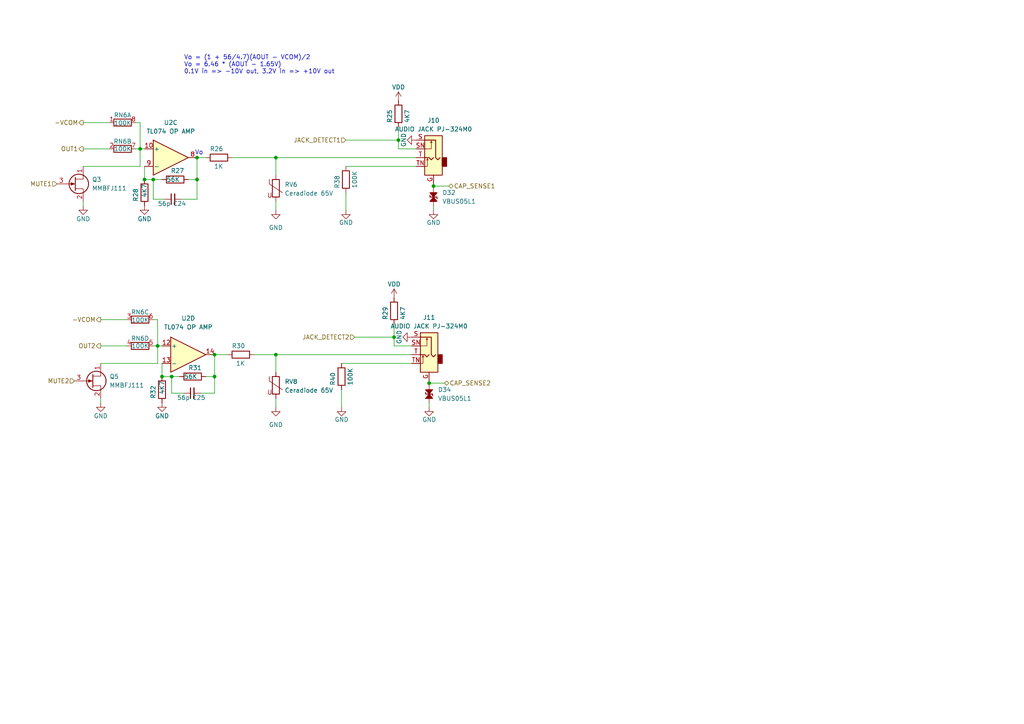
<source format=kicad_sch>
(kicad_sch (version 20250114) (generator "eeschema") (generator_version "9.0")
  (paper "A4")
  (lib_symbols
    (symbol "Amplifier_Operational:TL074" (pin_names (offset 0.127))
      (property "Reference" "U" (at 0 5.08 0))
      (property "Value" "TL074" (at 0 -5.08 0))
      (symbol "TL074_1_1"
        (polyline (pts (xy -5.08 5.08) (xy 5.08 0) (xy -5.08 -5.08) (xy -5.08 5.08)) (stroke (width 0.254)) (fill (type background)))
        (pin input line (at -7.62 2.54 0) (length 2.54) (name "+") (number "3"))
        (pin input line (at -7.62 -2.54 0) (length 2.54) (name "-") (number "2"))
        (pin output line (at 7.62 0 180) (length 2.54) (name "~") (number "1"))
      )
      (symbol "TL074_2_1"
        (polyline (pts (xy -5.08 5.08) (xy 5.08 0) (xy -5.08 -5.08) (xy -5.08 5.08)) (stroke (width 0.254)) (fill (type background)))
        (pin input line (at -7.62 2.54 0) (length 2.54) (name "+") (number "5"))
        (pin input line (at -7.62 -2.54 0) (length 2.54) (name "-") (number "6"))
        (pin output line (at 7.62 0 180) (length 2.54) (name "~") (number "7"))
      )
      (symbol "TL074_3_1"
        (polyline (pts (xy -5.08 5.08) (xy 5.08 0) (xy -5.08 -5.08) (xy -5.08 5.08)) (stroke (width 0.254)) (fill (type background)))
        (pin input line (at -7.62 2.54 0) (length 2.54) (name "+") (number "10"))
        (pin input line (at -7.62 -2.54 0) (length 2.54) (name "-") (number "9"))
        (pin output line (at 7.62 0 180) (length 2.54) (name "~") (number "8"))
      )
      (symbol "TL074_4_1"
        (polyline (pts (xy -5.08 5.08) (xy 5.08 0) (xy -5.08 -5.08) (xy -5.08 5.08)) (stroke (width 0.254)) (fill (type background)))
        (pin input line (at -7.62 2.54 0) (length 2.54) (name "+") (number "12"))
        (pin input line (at -7.62 -2.54 0) (length 2.54) (name "-") (number "13"))
        (pin output line (at 7.62 0 180) (length 2.54) (name "~") (number "14"))
      )
      (symbol "TL074_5_1"
        (pin power_in line (at -2.54 7.62 270) (length 3.81) (name "V+") (number "4"))
        (pin power_in line (at -2.54 -7.62 90) (length 3.81) (name "V-") (number "11"))
      )
    )
    (symbol "Connector:AudioJack2_Ground_Switch"
      (property "Reference" "J" (at 0 11.43 0))
      (property "Value" "AudioJack2_Ground_Switch" (at 0 8.89 0))
      (symbol "AudioJack2_Ground_Switch_0_1"
        (rectangle (start -2.54 -2.54) (end -3.81 0) (stroke (width 0.254)) (fill (type outline)))
        (rectangle (start 2.54 6.35) (end -2.54 -5.08) (stroke (width 0.254)) (fill (type background)))
      )
      (symbol "AudioJack2_Ground_Switch_1_1"
        (polyline (pts (xy 0 0) (xy 0.635 -0.635) (xy 1.27 0) (xy 2.54 0)) (stroke (width 0.254)))
        (polyline (pts (xy 0.635 4.826) (xy 0.889 4.318)))
        (polyline (pts (xy 1.778 -0.254) (xy 2.032 -0.762)))
        (polyline (pts (xy 2.54 5.08) (xy -0.635 5.08) (xy -0.635 0) (xy -1.27 -0.635) (xy -1.905 0)) (stroke (width 0.254)))
        (polyline (pts (xy 2.54 2.54) (xy 0.635 2.54) (xy 0.635 4.826) (xy 0.381 4.318)))
        (polyline (pts (xy 2.54 -2.54) (xy 1.778 -2.54) (xy 1.778 -0.254) (xy 1.524 -0.762)))
        (pin passive line (at 0 -7.62 90) (length 2.54) (name "~") (number "G"))
        (pin passive line (at 5.08 5.08 180) (length 2.54) (name "~") (number "S"))
        (pin passive line (at 5.08 2.54 180) (length 2.54) (name "~") (number "SN"))
        (pin passive line (at 5.08 0 180) (length 2.54) (name "~") (number "T"))
        (pin passive line (at 5.08 -2.54 180) (length 2.54) (name "~") (number "TN"))
      )
    )
    (symbol "Device:C_Small" (pin_numbers (hide yes)) (pin_names (offset 0.254) (hide yes))
      (property "Reference" "C" (at 0.254 1.778 0))
      (property "Value" "C_Small" (at 0.254 -2.032 0))
      (symbol "C_Small_0_1"
        (polyline (pts (xy -1.524 0.508) (xy 1.524 0.508)) (stroke (width 0.3048)))
        (polyline (pts (xy -1.524 -0.508) (xy 1.524 -0.508)) (stroke (width 0.3302)))
      )
      (symbol "C_Small_1_1"
        (pin passive line (at 0 2.54 270) (length 2.032) (name "~") (number "1"))
        (pin passive line (at 0 -2.54 90) (length 2.032) (name "~") (number "2"))
      )
    )
    (symbol "Device:D_TVS_Small_Filled" (pin_numbers (hide yes)) (pin_names (offset 1.016) (hide yes))
      (property "Reference" "D" (at 0 2.54 0))
      (property "Value" "D_TVS_Small_Filled" (at 0 -2.54 0))
      (symbol "D_TVS_Small_Filled_0_1"
        (polyline (pts (xy -1.27 0) (xy 1.27 0)))
        (polyline (pts (xy 0.508 1.016) (xy 0 1.016) (xy 0 -1.016) (xy -0.508 -1.016)) (stroke (width 0.254)))
      )
      (symbol "D_TVS_Small_Filled_1_1"
        (polyline (pts (xy -1.27 1.016) (xy -1.27 -1.016) (xy 0 0) (xy -1.27 1.016)) (stroke (width 0.254)) (fill (type outline)))
        (polyline (pts (xy 0 0) (xy 1.27 1.016) (xy 1.27 -1.016) (xy 0 0)) (stroke (width 0.254)) (fill (type outline)))
        (pin passive line (at -2.54 0 0) (length 1.27) (name "A1") (number "1"))
        (pin passive line (at 2.54 0 180) (length 1.27) (name "A2") (number "2"))
      )
    )
    (symbol "Device:R" (pin_numbers (hide yes)) (pin_names (offset 0))
      (property "Reference" "R" (at 2.032 0 90))
      (property "Value" "R" (at 0 0 90))
      (symbol "R_0_1"
        (rectangle (start -1.016 -2.54) (end 1.016 2.54) (stroke (width 0.254)))
      )
      (symbol "R_1_1"
        (pin passive line (at 0 3.81 270) (length 1.27) (name "~") (number "1"))
        (pin passive line (at 0 -3.81 90) (length 1.27) (name "~") (number "2"))
      )
    )
    (symbol "Device:R_Pack04_Split" (pin_names (offset 0) (hide yes))
      (property "Reference" "RN" (at 2.032 0 90))
      (property "Value" "R_Pack04_Split" (at 0 0 90))
      (symbol "R_Pack04_Split_0_1"
        (rectangle (start 1.016 2.54) (end -1.016 -2.54) (stroke (width 0.254)))
      )
      (symbol "R_Pack04_Split_1_1"
        (pin passive line (at 0 3.81 270) (length 1.27) (name "R1.2") (number "8"))
        (pin passive line (at 0 -3.81 90) (length 1.27) (name "R1.1") (number "1"))
      )
      (symbol "R_Pack04_Split_2_1"
        (pin passive line (at 0 3.81 270) (length 1.27) (name "R2.2") (number "7"))
        (pin passive line (at 0 -3.81 90) (length 1.27) (name "R2.1") (number "2"))
      )
      (symbol "R_Pack04_Split_3_1"
        (pin passive line (at 0 3.81 270) (length 1.27) (name "R3.2") (number "6"))
        (pin passive line (at 0 -3.81 90) (length 1.27) (name "R3.1") (number "3"))
      )
      (symbol "R_Pack04_Split_4_1"
        (pin passive line (at 0 3.81 270) (length 1.27) (name "R4.2") (number "5"))
        (pin passive line (at 0 -3.81 90) (length 1.27) (name "R4.1") (number "4"))
      )
    )
    (symbol "Device:Varistor" (pin_numbers (hide yes)) (pin_names (offset 0))
      (property "Reference" "RV" (at 3.175 0 90))
      (property "Value" "Varistor" (at -3.175 0 90))
      (symbol "Varistor_0_0"
        (text "U" (at -1.778 -2.032 0) (effects (font (size 1.27 1.27))))
      )
      (symbol "Varistor_0_1"
        (polyline (pts (xy -1.905 2.54) (xy -1.905 1.27) (xy 1.905 -1.27)))
        (rectangle (start -1.016 -2.54) (end 1.016 2.54) (stroke (width 0.254)))
      )
      (symbol "Varistor_1_1"
        (pin passive line (at 0 3.81 270) (length 1.27) (name "~") (number "1"))
        (pin passive line (at 0 -3.81 90) (length 1.27) (name "~") (number "2"))
      )
    )
    (symbol "Transistor_FET:MMBFJ111" (pin_names (hide yes))
      (property "Reference" "Q" (at 5.08 1.905 0))
      (property "Value" "MMBFJ111" (at 5.08 0 0))
      (symbol "MMBFJ111_0_1"
        (polyline (pts (xy 0 0) (xy -1.016 0.381) (xy -1.016 -0.381) (xy 0 0)) (fill (type outline)))
        (polyline (pts (xy 0.254 1.905) (xy 0.254 -1.905)) (stroke (width 0.254)))
        (polyline (pts (xy 0.254 0) (xy -2.54 0)))
        (circle (center 1.27 0) (radius 2.8194) (stroke (width 0.254)))
        (polyline (pts (xy 2.54 2.54) (xy 2.54 1.397) (xy 0.254 1.397)))
        (polyline (pts (xy 2.54 -2.54) (xy 2.54 -1.397) (xy 0.254 -1.397)))
      )
      (symbol "MMBFJ111_1_1"
        (pin input line (at -5.08 0 0) (length 2.54) (name "G") (number "3"))
        (pin passive line (at 2.54 5.08 270) (length 2.54) (name "D") (number "1"))
        (pin passive line (at 2.54 -5.08 90) (length 2.54) (name "S") (number "2"))
      )
    )
    (symbol "power:GND" (power) (pin_names (offset 0))
      (property "Value" "GND" (at 0 -3.81 0))
      (symbol "GND_0_1"
        (polyline (pts (xy 0 0) (xy 0 -1.27) (xy 1.27 -1.27) (xy 0 -2.54) (xy -1.27 -1.27) (xy 0 -1.27)))
      )
      (symbol "GND_1_1"
        (pin power_in line (at 0 0 270) (length 0) (hide yes) (name "GND") (number "1"))
      )
    )
    (symbol "power:VDD" (power) (pin_names (offset 0))
      (property "Value" "VDD" (at 0 3.81 0))
      (symbol "VDD_0_1"
        (polyline (pts (xy -0.762 1.27) (xy 0 2.54)))
        (polyline (pts (xy 0 2.54) (xy 0.762 1.27)))
        (polyline (pts (xy 0 0) (xy 0 2.54)))
      )
      (symbol "VDD_1_1"
        (pin power_in line (at 0 0 90) (length 0) (hide yes) (name "VDD") (number "1"))
      )
    )
  )
  (text "Vo" (at 56.515 45.085 0) (effects (font (size 1.27 1.27)) (justify left bottom)))
  (text "Vo = (1 + 56/4.7)(AOUT - VCOM)/2\nVo = 6.46 * (AOUT - 1.65V)\n0.1V in => -10V out, 3.2V in => +10V out" (at 53.34 21.59 0) (effects (font (size 1.27 1.27)) (justify left bottom)))
  (junction (at 46.99 109.22))
  (junction (at 125.73 53.975))
  (junction (at 80.01 102.87))
  (junction (at 62.23 102.87))
  (junction (at 62.23 109.22))
  (junction (at 57.15 52.07))
  (junction (at 57.15 45.72))
  (junction (at 45.72 100.33))
  (junction (at 114.3 97.79))
  (junction (at 40.64 43.18))
  (junction (at 44.45 52.07))
  (junction (at 49.7891 109.22))
  (junction (at 124.46 111.125))
  (junction (at 115.57 40.64))
  (junction (at 41.91 52.07))
  (junction (at 80.01 45.72))
  (wire (pts (xy 124.46 118.11) (xy 124.46 116.84)))
  (wire (pts (xy 46.99 109.22) (xy 46.99 105.41)))
  (wire (pts (xy 114.3 100.33) (xy 114.3 97.79)))
  (wire (pts (xy 24.13 43.18) (xy 31.75 43.18)))
  (wire (pts (xy 80.01 102.87) (xy 119.38 102.87)))
  (wire (pts (xy 125.73 53.975) (xy 125.73 54.61)))
  (wire (pts (xy 49.7891 114.046) (xy 49.7891 109.22)))
  (wire (pts (xy 57.15 52.07) (xy 57.15 45.72)))
  (wire (pts (xy 45.72 100.33) (xy 46.99 100.33)))
  (wire (pts (xy 45.72 92.71) (xy 45.72 100.33)))
  (wire (pts (xy 47.625 57.785) (xy 44.45 57.785)))
  (wire (pts (xy 80.01 115.57) (xy 80.01 118.11)))
  (wire (pts (xy 73.66 102.87) (xy 80.01 102.87)))
  (wire (pts (xy 24.13 35.56) (xy 31.75 35.56)))
  (wire (pts (xy 46.99 52.07) (xy 44.45 52.07)))
  (wire (pts (xy 40.64 35.56) (xy 40.64 43.18)))
  (wire (pts (xy 40.64 43.18) (xy 41.91 43.18)))
  (wire (pts (xy 44.45 52.07) (xy 41.91 52.07)))
  (wire (pts (xy 115.57 43.18) (xy 120.65 43.18)))
  (wire (pts (xy 39.37 35.56) (xy 40.64 35.56)))
  (wire (pts (xy 62.23 102.87) (xy 66.04 102.87)))
  (wire (pts (xy 29.21 115.57) (xy 29.21 116.84)))
  (wire (pts (xy 80.01 45.72) (xy 80.01 50.8)))
  (wire (pts (xy 114.3 97.79) (xy 114.3 93.98)))
  (wire (pts (xy 100.33 60.96) (xy 100.33 55.88)))
  (wire (pts (xy 114.3 100.33) (xy 119.38 100.33)))
  (wire (pts (xy 115.57 40.64) (xy 115.57 36.83)))
  (wire (pts (xy 39.37 43.18) (xy 40.64 43.18)))
  (wire (pts (xy 41.91 52.07) (xy 41.91 48.26)))
  (wire (pts (xy 45.72 105.41) (xy 45.72 100.33)))
  (wire (pts (xy 49.7891 109.22) (xy 46.99 109.22)))
  (wire (pts (xy 99.06 118.11) (xy 99.06 113.03)))
  (wire (pts (xy 44.45 92.71) (xy 45.72 92.71)))
  (wire (pts (xy 80.01 58.42) (xy 80.01 60.96)))
  (wire (pts (xy 53.213 114.046) (xy 49.7891 114.046)))
  (wire (pts (xy 125.73 60.96) (xy 125.73 59.69)))
  (wire (pts (xy 24.13 58.42) (xy 24.13 59.69)))
  (wire (pts (xy 130.175 53.975) (xy 125.73 53.975)))
  (wire (pts (xy 120.65 48.26) (xy 100.33 48.26)))
  (wire (pts (xy 62.23 114.046) (xy 62.23 109.22)))
  (wire (pts (xy 52.705 57.785) (xy 57.15 57.785)))
  (wire (pts (xy 59.69 109.22) (xy 62.23 109.22)))
  (wire (pts (xy 57.15 57.785) (xy 57.15 52.07)))
  (wire (pts (xy 57.15 45.72) (xy 59.69 45.72)))
  (wire (pts (xy 62.23 109.22) (xy 62.23 102.87)))
  (wire (pts (xy 54.61 52.07) (xy 57.15 52.07)))
  (wire (pts (xy 80.01 102.87) (xy 80.01 107.95)))
  (wire (pts (xy 124.46 110.49) (xy 124.46 111.125)))
  (wire (pts (xy 128.905 111.125) (xy 124.46 111.125)))
  (wire (pts (xy 24.13 48.26) (xy 40.64 48.26)))
  (wire (pts (xy 29.21 100.33) (xy 36.83 100.33)))
  (wire (pts (xy 100.33 40.64) (xy 115.57 40.64)))
  (wire (pts (xy 29.21 92.71) (xy 36.83 92.71)))
  (wire (pts (xy 102.87 97.79) (xy 114.3 97.79)))
  (wire (pts (xy 29.21 105.41) (xy 45.72 105.41)))
  (wire (pts (xy 115.57 43.18) (xy 115.57 40.64)))
  (wire (pts (xy 44.45 100.33) (xy 45.72 100.33)))
  (wire (pts (xy 124.46 111.125) (xy 124.46 111.76)))
  (wire (pts (xy 80.01 45.72) (xy 120.65 45.72)))
  (wire (pts (xy 125.73 53.34) (xy 125.73 53.975)))
  (wire (pts (xy 40.64 48.26) (xy 40.64 43.18)))
  (wire (pts (xy 58.293 114.046) (xy 62.23 114.046)))
  (wire (pts (xy 67.31 45.72) (xy 80.01 45.72)))
  (wire (pts (xy 44.45 57.785) (xy 44.45 52.07)))
  (wire (pts (xy 52.07 109.22) (xy 49.7891 109.22)))
  (wire (pts (xy 119.38 105.41) (xy 99.06 105.41)))
  (hierarchical_label "CAP_SENSE1" (shape bidirectional) (at 130.175 53.975 0))
  (hierarchical_label "OUT1" (shape output) (at 24.13 43.18 180))
  (hierarchical_label "-VCOM" (shape output) (at 29.21 92.71 180))
  (hierarchical_label "-VCOM" (shape output) (at 24.13 35.56 180))
  (hierarchical_label "MUTE1" (shape input) (at 16.51 53.34 180))
  (hierarchical_label "MUTE2" (shape input) (at 21.59 110.49 180))
  (hierarchical_label "CAP_SENSE2" (shape bidirectional) (at 128.905 111.125 0))
  (hierarchical_label "OUT2" (shape output) (at 29.21 100.33 180))
  (hierarchical_label "JACK_DETECT2" (shape input) (at 102.87 97.79 180))
  (hierarchical_label "JACK_DETECT1" (shape input) (at 100.33 40.64 180))
  (symbol (lib_id "power:GND") (at 125.73 60.96 0) (unit 1)
    (property "Reference" "#PWR0133" (effects (hide yes)))
    (property "Value" "GND" (at 123.7136 64.5472 0) (effects (justify left)))
    (instances (project "eurorack-pmod-pcb" (path "" (reference "#PWR0134") (unit 1)) (path "" (reference "#PWR0133") (unit 1))))
  )
  (symbol (lib_id "Device:R") (at 114.3 90.17 180) (unit 1)
    (property "Reference" "R21" (at 111.76 88.9 90) (effects (justify left)))
    (property "Value" "4K7" (at 116.84 88.9 90) (effects (justify left)))
    (property "Footprint" "Resistor_SMD:R_0402_1005Metric" (effects (hide yes)))
    (property "Datasheet" "https://datasheet.lcsc.com/lcsc/1809041728_YAGEO-RC0402FR-074K7L_C105871.pdf" (effects (hide yes)))
    (property "lcsc#" "C105871" (effects (hide yes)))
    (property "mfg#" "RC0402FR-074K7L" (effects (hide yes)))
    (instances (project "eurorack-pmod-pcb" (path "" (reference "R29") (unit 1)) (path "" (reference "R21") (unit 1))))
  )
  (symbol (lib_id "Device:R_Pack04_Split") (at 40.64 92.71 270) (unit 3)
    (property "Reference" "RN5" (at 40.64 90.551 90))
    (property "Value" "100K" (at 40.64 92.837 90))
    (property "Footprint" "Resistor_SMD:R_Array_Convex_4x0402" (effects (hide yes)))
    (property "Datasheet" "https://datasheet.lcsc.com/lcsc/1811141451_YAGEO-YC124-FR-07100KL_C326786.pdf" (effects (hide yes)))
    (property "mfg#" "YC124-FR-07100KL" (effects (hide yes)))
    (property "lcsc#" "C326786" (effects (hide yes)))
    (instances (project "eurorack-pmod-pcb" (path "" (reference "RN6") (unit 3)) (path "" (reference "RN5") (unit 3))))
  )
  (symbol (lib_id "power:GND") (at 80.01 118.11 0) (unit 1)
    (property "Reference" "#PWR0127" (effects (hide yes)))
    (property "Value" "GND" (at 80.01 123.19 0))
    (instances (project "eurorack-pmod-pcb" (path "" (reference "#PWR0128") (unit 1)) (path "" (reference "#PWR0127") (unit 1))))
  )
  (symbol (lib_id "Device:R_Pack04_Split") (at 40.64 100.33 270) (unit 4)
    (property "Reference" "RN5" (at 40.64 98.171 90))
    (property "Value" "100K" (at 40.64 100.33 90))
    (property "Footprint" "Resistor_SMD:R_Array_Convex_4x0402" (effects (hide yes)))
    (property "Datasheet" "https://datasheet.lcsc.com/lcsc/1811141451_YAGEO-YC124-FR-07100KL_C326786.pdf" (effects (hide yes)))
    (property "mfg#" "YC124-FR-07100KL" (effects (hide yes)))
    (property "lcsc#" "C326786" (effects (hide yes)))
    (instances (project "eurorack-pmod-pcb" (path "" (reference "RN6") (unit 4)) (path "" (reference "RN5") (unit 4))))
  )
  (symbol (lib_id "power:GND") (at 24.13 59.69 0) (unit 1)
    (property "Reference" "#PWR0137" (effects (hide yes)))
    (property "Value" "GND" (at 22.098 63.5 0) (effects (justify left)))
    (instances (project "eurorack-pmod-pcb" (path "" (reference "#PWR0138") (unit 1)) (path "" (reference "#PWR0137") (unit 1))))
  )
  (symbol (lib_id "Device:Varistor") (at 80.01 111.76 0) (unit 1)
    (property "Reference" "RV7" (at 82.55 110.6832 0) (effects (justify left)))
    (property "Value" "Ceradiode 65V" (at 82.55 113.2232 0) (effects (justify left)))
    (property "Footprint" "Capacitor_SMD:C_0603_1608Metric" (effects (hide yes)))
    (property "Description" "TDK B72500D0160H060 Ceradiode" (effects (hide yes)))
    (property "lcsc#" "C210791" (effects (hide yes)))
    (instances (project "eurorack-pmod-pcb" (path "" (reference "RV8") (unit 1)) (path "" (reference "RV7") (unit 1))))
  )
  (symbol (lib_id "Device:R") (at 100.33 52.07 180) (unit 1)
    (property "Reference" "R37" (at 97.79 50.8 90) (effects (justify left)))
    (property "Value" "100K" (at 102.87 49.53 90) (effects (justify left)))
    (property "Footprint" "Resistor_SMD:R_0603_1608Metric" (effects (hide yes)))
    (property "Datasheet" "https://datasheet.lcsc.com/lcsc/1810182020_YAGEO-RC0603FR-071KL_C22548.pdf" (effects (hide yes)))
    (property "lcsc#" "C14675" (effects (hide yes)))
    (property "mfg#" "RC0603FR-07100KL" (effects (hide yes)))
    (instances (project "eurorack-pmod-pcb" (path "" (reference "R38") (unit 1)) (path "" (reference "R37") (unit 1))))
  )
  (symbol (lib_id "power:GND") (at 119.38 97.79 270) (mirror x) (unit 1)
    (property "Reference" "#PWR084" (effects (hide yes)))
    (property "Value" "GND" (at 115.7928 99.8064 0) (effects (justify left)))
    (instances (project "eurorack-pmod-pcb" (path "" (reference "#PWR092") (unit 1)) (path "" (reference "#PWR084") (unit 1))))
  )
  (symbol (lib_id "Device:D_TVS_Small_Filled") (at 124.46 114.3 90) (unit 1)
    (property "Reference" "D33" (at 127 113.0299 90) (effects (justify right)))
    (property "Value" "VBUS05L1" (at 127 115.5699 90) (effects (justify right)))
    (property "Footprint" "LLP1006-2M:VISHAY-LLP1006-2M" (effects (hide yes)))
    (property "Description" "Bidirectional transient-voltage-suppression diode, small symbol, filled shape" (effects (hide yes)))
    (property "lcsc#" "C2649891" (effects (hide yes)))
    (instances (project "eurorack-pmod-pcb" (path "" (reference "D34") (unit 1)) (path "" (reference "D33") (unit 1))))
  )
  (symbol (lib_id "Device:R_Pack04_Split") (at 35.56 43.18 270) (unit 2)
    (property "Reference" "RN5" (at 35.56 41.021 90))
    (property "Value" "100K" (at 35.56 43.18 90))
    (property "Footprint" "Resistor_SMD:R_Array_Convex_4x0402" (effects (hide yes)))
    (property "Datasheet" "https://datasheet.lcsc.com/lcsc/1811141451_YAGEO-YC124-FR-07100KL_C326786.pdf" (effects (hide yes)))
    (property "mfg#" "YC124-FR-07100KL" (effects (hide yes)))
    (property "lcsc#" "C326786" (effects (hide yes)))
    (instances (project "eurorack-pmod-pcb" (path "" (reference "RN6") (unit 2)) (path "" (reference "RN5") (unit 2))))
  )
  (symbol (lib_id "Device:R") (at 46.99 113.03 180) (unit 1)
    (property "Reference" "R24" (at 44.45 111.76 90) (effects (justify left)))
    (property "Value" "4K7" (at 46.99 110.49 90) (effects (justify left)))
    (property "Footprint" "Resistor_SMD:R_0402_1005Metric" (effects (hide yes)))
    (property "Datasheet" "https://datasheet.lcsc.com/lcsc/1809041728_YAGEO-RC0402FR-074K7L_C105871.pdf" (effects (hide yes)))
    (property "lcsc#" "C105871" (effects (hide yes)))
    (property "mfg#" "RC0402FR-074K7L" (effects (hide yes)))
    (instances (project "eurorack-pmod-pcb" (path "" (reference "R32") (unit 1)) (path "" (reference "R24") (unit 1))))
  )
  (symbol (lib_id "power:GND") (at 29.21 116.84 0) (unit 1)
    (property "Reference" "#PWR0139" (effects (hide yes)))
    (property "Value" "GND" (at 27.178 120.65 0) (effects (justify left)))
    (instances (project "eurorack-pmod-pcb" (path "" (reference "#PWR0140") (unit 1)) (path "" (reference "#PWR0139") (unit 1))))
  )
  (symbol (lib_id "Device:R") (at 63.5 45.72 90) (unit 1)
    (property "Reference" "R18" (at 64.77 43.18 90) (effects (justify left)))
    (property "Value" "1K" (at 64.77 48.26 90) (effects (justify left)))
    (property "Footprint" "Resistor_SMD:R_0603_1608Metric" (effects (hide yes)))
    (property "Datasheet" "https://datasheet.lcsc.com/lcsc/1810182020_YAGEO-RC0603FR-071KL_C22548.pdf" (effects (hide yes)))
    (property "lcsc#" "C22548" (effects (hide yes)))
    (property "mfg#" "RC0603FR-071KL" (effects (hide yes)))
    (instances (project "eurorack-pmod-pcb" (path "" (reference "R26") (unit 1)) (path "" (reference "R18") (unit 1))))
  )
  (symbol (lib_id "power:GND") (at 41.91 59.69 0) (unit 1)
    (property "Reference" "#PWR082" (effects (hide yes)))
    (property "Value" "GND" (at 39.878 63.5 0) (effects (justify left)))
    (instances (project "eurorack-pmod-pcb" (path "" (reference "#PWR090") (unit 1)) (path "" (reference "#PWR082") (unit 1))))
  )
  (symbol (lib_id "Connector:AudioJack2_Ground_Switch") (at 125.73 45.72 0) (mirror y) (unit 1)
    (property "Reference" "J8" (at 125.73 34.925 0))
    (property "Value" "AUDIO JACK PJ-324M0" (at 125.73 37.465 0))
    (property "Footprint" "AudioJacksFixed:pj324m" (effects (hide yes)))
    (property "Datasheet" "https://datasheet.lcsc.com/lcsc/2110120730_XKB-Connectivity-PJ-324M0_C2884986.pdf" (effects (hide yes)))
    (property "lcsc#" "C2884986" (effects (hide yes)))
    (property "mfg#" "PJ-324M0" (effects (hide yes)))
    (instances (project "eurorack-pmod-pcb" (path "" (reference "J10") (unit 1)) (path "" (reference "J8") (unit 1))))
  )
  (symbol (lib_id "Device:D_TVS_Small_Filled") (at 125.73 57.15 90) (unit 1)
    (property "Reference" "D31" (at 128.27 55.8799 90) (effects (justify right)))
    (property "Value" "VBUS05L1" (at 128.27 58.4199 90) (effects (justify right)))
    (property "Footprint" "LLP1006-2M:VISHAY-LLP1006-2M" (effects (hide yes)))
    (property "Description" "Bidirectional transient-voltage-suppression diode, small symbol, filled shape" (effects (hide yes)))
    (property "lcsc#" "C2649891" (effects (hide yes)))
    (instances (project "eurorack-pmod-pcb" (path "" (reference "D32") (unit 1)) (path "" (reference "D31") (unit 1))))
  )
  (symbol (lib_id "Connector:AudioJack2_Ground_Switch") (at 124.46 102.87 0) (mirror y) (unit 1)
    (property "Reference" "J9" (at 124.46 92.075 0))
    (property "Value" "AUDIO JACK PJ-324M0" (at 124.46 94.615 0))
    (property "Footprint" "AudioJacksFixed:pj324m" (effects (hide yes)))
    (property "Datasheet" "https://datasheet.lcsc.com/lcsc/2110120730_XKB-Connectivity-PJ-324M0_C2884986.pdf" (effects (hide yes)))
    (property "lcsc#" "C2884986" (effects (hide yes)))
    (property "mfg#" "PJ-324M0" (effects (hide yes)))
    (instances (project "eurorack-pmod-pcb" (path "" (reference "J11") (unit 1)) (path "" (reference "J9") (unit 1))))
  )
  (symbol (lib_id "Device:R") (at 115.57 33.02 180) (unit 1)
    (property "Reference" "R17" (at 113.03 31.75 90) (effects (justify left)))
    (property "Value" "4K7" (at 118.11 31.75 90) (effects (justify left)))
    (property "Footprint" "Resistor_SMD:R_0402_1005Metric" (effects (hide yes)))
    (property "Datasheet" "https://datasheet.lcsc.com/lcsc/1809041728_YAGEO-RC0402FR-074K7L_C105871.pdf" (effects (hide yes)))
    (property "lcsc#" "C105871" (effects (hide yes)))
    (property "mfg#" "RC0402FR-074K7L" (effects (hide yes)))
    (instances (project "eurorack-pmod-pcb" (path "" (reference "R25") (unit 1)) (path "" (reference "R17") (unit 1))))
  )
  (symbol (lib_id "Device:R") (at 50.8 52.07 270) (unit 1)
    (property "Reference" "R19" (at 49.53 49.53 90) (effects (justify left)))
    (property "Value" "56K" (at 48.26 52.07 90) (effects (justify left)))
    (property "Footprint" "Resistor_SMD:R_0402_1005Metric" (effects (hide yes)))
    (property "Datasheet" "https://datasheet.lcsc.com/lcsc/1809041728_YAGEO-RC0402FR-074K7L_C105871.pdf" (effects (hide yes)))
    (property "lcsc#" "C114756" (effects (hide yes)))
    (property "mfg#" "RC0402FR-0756KL" (effects (hide yes)))
    (instances (project "eurorack-pmod-pcb" (path "" (reference "R27") (unit 1)) (path "" (reference "R19") (unit 1))))
  )
  (symbol (lib_id "Transistor_FET:MMBFJ111") (at 21.59 53.34 0) (unit 1)
    (property "Reference" "Q2" (at 26.67 52.0699 0) (effects (justify left)))
    (property "Value" "MMBFJ111" (at 26.67 54.6099 0) (effects (justify left)))
    (property "Footprint" "Package_TO_SOT_SMD:SOT-23" (effects (hide yes)))
    (property "Datasheet" "https://www.onsemi.com/pub/Collateral/MMBFJ113-D.PDF" (effects (hide yes)))
    (property "Description" "20mA min, 35V, 30mOhm max, 3-10V Vgs(off), N-Channel JFET, SOT-23" (effects (hide yes)))
    (property "LCSC" "C274688" (effects (hide yes)))
    (instances (project "" (path "" (reference "Q3") (unit 1)) (path "" (reference "Q2") (unit 1))))
  )
  (symbol (lib_id "power:VDD") (at 114.3 86.36 0) (unit 1)
    (property "Reference" "#PWR083" (effects (hide yes)))
    (property "Value" "VDD" (at 114.3 82.423 0))
    (instances (project "eurorack-pmod-pcb" (path "" (reference "#PWR091") (unit 1)) (path "" (reference "#PWR083") (unit 1))))
  )
  (symbol (lib_id "Transistor_FET:MMBFJ111") (at 26.67 110.49 0) (unit 1)
    (property "Reference" "Q4" (at 31.75 109.2199 0) (effects (justify left)))
    (property "Value" "MMBFJ111" (at 31.75 111.7599 0) (effects (justify left)))
    (property "Footprint" "Package_TO_SOT_SMD:SOT-23" (effects (hide yes)))
    (property "Datasheet" "https://www.onsemi.com/pub/Collateral/MMBFJ113-D.PDF" (effects (hide yes)))
    (property "Description" "20mA min, 35V, 30mOhm max, 3-10V Vgs(off), N-Channel JFET, SOT-23" (effects (hide yes)))
    (property "LCSC" "C274688" (effects (hide yes)))
    (instances (project "eurorack-pmod-pcb" (path "" (reference "Q5") (unit 1)) (path "" (reference "Q4") (unit 1))))
  )
  (symbol (lib_id "power:GND") (at 99.06 118.11 0) (unit 1)
    (property "Reference" "#PWR028" (effects (hide yes)))
    (property "Value" "GND" (at 97.0436 121.6972 0) (effects (justify left)))
    (instances (project "eurorack-pmod-pcb" (path "" (reference "#PWR0148") (unit 1)) (path "" (reference "#PWR028") (unit 1))))
  )
  (symbol (lib_id "power:GND") (at 120.65 40.64 270) (mirror x) (unit 1)
    (property "Reference" "#PWR080" (effects (hide yes)))
    (property "Value" "GND" (at 117.0628 42.6564 0) (effects (justify left)))
    (instances (project "eurorack-pmod-pcb" (path "" (reference "#PWR088") (unit 1)) (path "" (reference "#PWR080") (unit 1))))
  )
  (symbol (lib_id "power:GND") (at 100.33 60.96 0) (unit 1)
    (property "Reference" "#PWR0149" (effects (hide yes)))
    (property "Value" "GND" (at 98.3136 64.5472 0) (effects (justify left)))
    (instances (project "eurorack-pmod-pcb" (path "" (reference "#PWR0150") (unit 1)) (path "" (reference "#PWR0149") (unit 1))))
  )
  (symbol (lib_id "Device:R") (at 41.91 55.88 180) (unit 1)
    (property "Reference" "R20" (at 39.37 54.61 90) (effects (justify left)))
    (property "Value" "4K7" (at 41.91 53.34 90) (effects (justify left)))
    (property "Footprint" "Resistor_SMD:R_0402_1005Metric" (effects (hide yes)))
    (property "Datasheet" "https://datasheet.lcsc.com/lcsc/1809041728_YAGEO-RC0402FR-074K7L_C105871.pdf" (effects (hide yes)))
    (property "lcsc#" "C105871" (effects (hide yes)))
    (property "mfg#" "RC0402FR-074K7L" (effects (hide yes)))
    (instances (project "eurorack-pmod-pcb" (path "" (reference "R28") (unit 1)) (path "" (reference "R20") (unit 1))))
  )
  (symbol (lib_id "power:GND") (at 124.46 118.11 0) (unit 1)
    (property "Reference" "#PWR0135" (effects (hide yes)))
    (property "Value" "GND" (at 122.4436 121.6972 0) (effects (justify left)))
    (instances (project "eurorack-pmod-pcb" (path "" (reference "#PWR0136") (unit 1)) (path "" (reference "#PWR0135") (unit 1))))
  )
  (symbol (lib_id "Amplifier_Operational:TL074") (at 54.61 102.87 0) (unit 2)
    (property "Reference" "U2" (at 54.61 92.329 0))
    (property "Value" "TL074 OP AMP" (at 54.61 94.869 0))
    (property "Footprint" "Package_SO:SOIC-14_3.9x8.7mm_P1.27mm" (effects (hide yes)))
    (property "Datasheet" "http://www.ti.com/lit/ds/symlink/tl071.pdf" (effects (hide yes)))
    (property "dig#" "497-2204-1-ND" (effects (hide yes)))
    (property "mfg#" "TL074CDT" (effects (hide yes)))
    (property "lcsc#" "C6963" (effects (hide yes)))
    (instances (project "eurorack-pmod-pcb" (path "" (reference "U2") (unit 4)) (path "" (reference "U2") (unit 2))))
  )
  (symbol (lib_id "Device:R") (at 55.88 109.22 270) (unit 1)
    (property "Reference" "R23" (at 54.61 106.68 90) (effects (justify left)))
    (property "Value" "56K" (at 53.34 109.22 90) (effects (justify left)))
    (property "Footprint" "Resistor_SMD:R_0402_1005Metric" (effects (hide yes)))
    (property "Datasheet" "https://datasheet.lcsc.com/lcsc/1809041728_YAGEO-RC0402FR-074K7L_C105871.pdf" (effects (hide yes)))
    (property "lcsc#" "C114756" (effects (hide yes)))
    (property "mfg#" "RC0402FR-0756KL" (effects (hide yes)))
    (instances (project "eurorack-pmod-pcb" (path "" (reference "R31") (unit 1)) (path "" (reference "R23") (unit 1))))
  )
  (symbol (lib_id "Device:R_Pack04_Split") (at 35.56 35.56 270) (unit 1)
    (property "Reference" "RN5" (at 35.56 33.401 90))
    (property "Value" "100K" (at 35.56 35.687 90))
    (property "Footprint" "Resistor_SMD:R_Array_Convex_4x0402" (effects (hide yes)))
    (property "Datasheet" "https://datasheet.lcsc.com/lcsc/1811141451_YAGEO-YC124-FR-07100KL_C326786.pdf" (effects (hide yes)))
    (property "mfg#" "YC124-FR-07100KL" (effects (hide yes)))
    (property "lcsc#" "C326786" (effects (hide yes)))
    (instances (project "eurorack-pmod-pcb" (path "" (reference "RN6") (unit 1)) (path "" (reference "RN5") (unit 1))))
  )
  (symbol (lib_id "power:GND") (at 46.99 116.84 0) (unit 1)
    (property "Reference" "#PWR086" (effects (hide yes)))
    (property "Value" "GND" (at 44.958 120.65 0) (effects (justify left)))
    (instances (project "eurorack-pmod-pcb" (path "" (reference "#PWR094") (unit 1)) (path "" (reference "#PWR086") (unit 1))))
  )
  (symbol (lib_id "power:VDD") (at 115.57 29.21 0) (unit 1)
    (property "Reference" "#PWR079" (effects (hide yes)))
    (property "Value" "VDD" (at 115.57 25.273 0))
    (instances (project "eurorack-pmod-pcb" (path "" (reference "#PWR087") (unit 1)) (path "" (reference "#PWR079") (unit 1))))
  )
  (symbol (lib_id "Device:R") (at 69.85 102.87 90) (unit 1)
    (property "Reference" "R22" (at 71.12 100.33 90) (effects (justify left)))
    (property "Value" "1K" (at 71.12 105.41 90) (effects (justify left)))
    (property "Footprint" "Resistor_SMD:R_0603_1608Metric" (effects (hide yes)))
    (property "Datasheet" "https://datasheet.lcsc.com/lcsc/1810182020_YAGEO-RC0603FR-071KL_C22548.pdf" (effects (hide yes)))
    (property "lcsc#" "C22548" (effects (hide yes)))
    (property "mfg#" "RC0603FR-071KL" (effects (hide yes)))
    (instances (project "eurorack-pmod-pcb" (path "" (reference "R30") (unit 1)) (path "" (reference "R22") (unit 1))))
  )
  (symbol (lib_id "Device:Varistor") (at 80.01 54.61 0) (unit 1)
    (property "Reference" "RV5" (at 82.55 53.5332 0) (effects (justify left)))
    (property "Value" "Ceradiode 65V" (at 82.55 56.0732 0) (effects (justify left)))
    (property "Footprint" "Capacitor_SMD:C_0603_1608Metric" (effects (hide yes)))
    (property "Description" "TDK B72500D0160H060 Ceradiode" (effects (hide yes)))
    (property "lcsc#" "C210791" (effects (hide yes)))
    (instances (project "eurorack-pmod-pcb" (path "" (reference "RV6") (unit 1)) (path "" (reference "RV5") (unit 1))))
  )
  (symbol (lib_id "Amplifier_Operational:TL074") (at 49.53 45.72 0) (unit 1)
    (property "Reference" "U2" (at 49.53 35.56 0))
    (property "Value" "TL074 OP AMP" (at 49.53 38.1 0))
    (property "Footprint" "Package_SO:SOIC-14_3.9x8.7mm_P1.27mm" (effects (hide yes)))
    (property "Datasheet" "http://www.ti.com/lit/ds/symlink/tl071.pdf" (effects (hide yes)))
    (property "dig#" "497-2204-1-ND" (effects (hide yes)))
    (property "mfg#" "TL074CDT" (effects (hide yes)))
    (property "lcsc#" "C6963" (effects (hide yes)))
    (instances (project "eurorack-pmod-pcb" (path "" (reference "U2") (unit 3)) (path "" (reference "U2") (unit 1))))
  )
  (symbol (lib_id "Device:C_Small") (at 50.165 57.785 90) (unit 1)
    (property "Reference" "C22" (at 52.07 59.055 90))
    (property "Value" "56p" (at 47.625 59.055 90))
    (property "Footprint" "Capacitor_SMD:C_0402_1005Metric" (effects (hide yes)))
    (property "Datasheet" "https://datasheet.lcsc.com/lcsc/2005262133_YAGEO-CC0402FRNPO9BN560_C526981.pdf" (effects (hide yes)))
    (property "lcsc#" "C526981" (effects (hide yes)))
    (property "mfg#" "CC0402FRNPO9BN560" (effects (hide yes)))
    (instances (project "eurorack-pmod-pcb" (path "" (reference "C24") (unit 1)) (path "" (reference "C22") (unit 1))))
  )
  (symbol (lib_id "Device:C_Small") (at 55.753 114.046 90) (unit 1)
    (property "Reference" "C23" (at 57.658 115.316 90))
    (property "Value" "56p" (at 53.213 115.316 90))
    (property "Footprint" "Capacitor_SMD:C_0402_1005Metric" (effects (hide yes)))
    (property "Datasheet" "https://datasheet.lcsc.com/lcsc/2005262133_YAGEO-CC0402FRNPO9BN560_C526981.pdf" (effects (hide yes)))
    (property "lcsc#" "C526981" (effects (hide yes)))
    (property "mfg#" "CC0402FRNPO9BN560" (effects (hide yes)))
    (instances (project "eurorack-pmod-pcb" (path "" (reference "C25") (unit 1)) (path "" (reference "C23") (unit 1))))
  )
  (symbol (lib_id "power:GND") (at 80.01 60.96 0) (unit 1)
    (property "Reference" "#PWR0125" (effects (hide yes)))
    (property "Value" "GND" (at 80.01 66.04 0))
    (instances (project "eurorack-pmod-pcb" (path "" (reference "#PWR0126") (unit 1)) (path "" (reference "#PWR0125") (unit 1))))
  )
  (symbol (lib_id "Device:R") (at 99.06 109.22 180) (unit 1)
    (property "Reference" "R39" (at 96.52 107.95 90) (effects (justify left)))
    (property "Value" "100K" (at 101.6 106.68 90) (effects (justify left)))
    (property "Footprint" "Resistor_SMD:R_0603_1608Metric" (effects (hide yes)))
    (property "Datasheet" "https://datasheet.lcsc.com/lcsc/1810182020_YAGEO-RC0603FR-071KL_C22548.pdf" (effects (hide yes)))
    (property "lcsc#" "C14675" (effects (hide yes)))
    (property "mfg#" "RC0603FR-07100KL" (effects (hide yes)))
    (instances (project "eurorack-pmod-pcb" (path "" (reference "R40") (unit 1)) (path "" (reference "R39") (unit 1))))
  )
)
</source>
